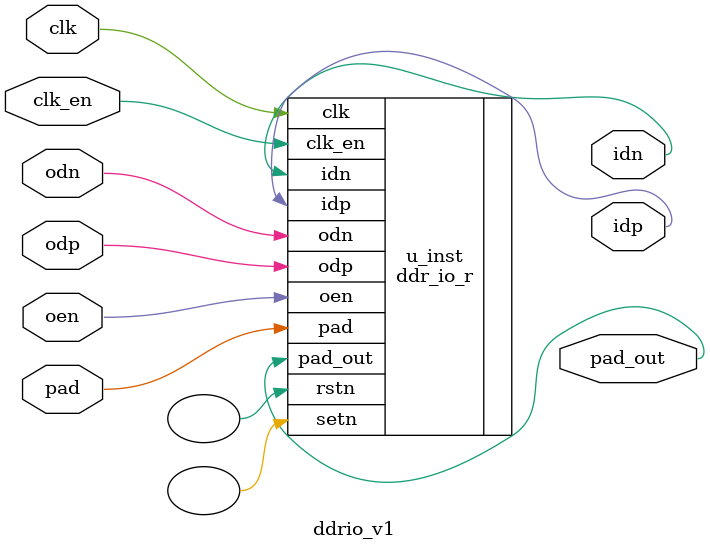
<source format=v>

module ddrio_v1(
    clk,
    clk_en,
    odp,
    odn,
    idp,
    idn,
    oen,
    pad_out,
    pad
);

input clk;
input clk_en;
input odp;
input odn;
output idp;
output idn;
output pad_out;
input oen;
inout pad;

ddr_io_r #(
        .oen_sel (2'b11),
        .od_sel (2'b10),
        .is_oen_reg (1'b0),
        .is_clk_gate_en (1'b1),
        .is_setn_inv (1'b0),
        .is_setn_sync (1'b0),
        .is_oen_setn_en (1'b0),
        .is_od_setn_en (1'b0),
        .is_id_setn_en (1'b0),
        .is_rstn_inv (1'b0),
        .is_rstn_sync (1'b0),
        .is_oen_rstn_en (1'b0),
        .is_od_rstn_en (1'b0),
        .is_id_rstn_en (1'b0)
)
u_inst (
        .clk (clk),
        .clk_en (clk_en),
        .setn (),
        .rstn (),
        .idp (idp),
        .idn (idn),
        .odp (odp),
        .odn (odn),
        .oen (oen),
        .pad_out (pad_out),
        .pad (pad)
);

endmodule

// ============================================================
//                  ddrio Setting
//
// Warning: This part is read by Fuxi, please don't modify it.
// ============================================================
// Device          : H1D03N0L144C7
// Module          : ddrio_v1
// IP core         : ddrio
// IP Version      : 1

// Clock Gating Enabled: true
// IO Direction    : Inout
// IO Register Reset Enabled: false
// IO Register Set Enabled: false
// IO Reset Mode   : Synchronous
// IO Set Mode     : Synchronous
// Simulation Files: 
// Synthesis Files : 

</source>
